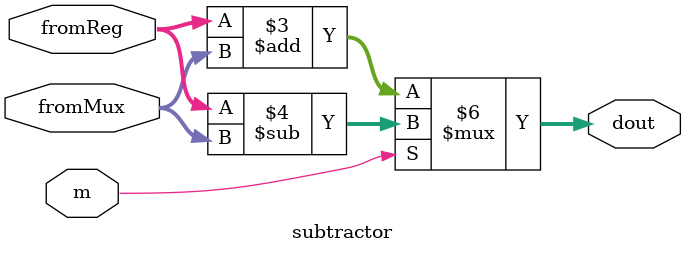
<source format=v>
`timescale 1ns/1ps
module subtractor(fromMux, fromReg, dout, m);
input[7:0]fromMux, fromReg;
input m;
output[7:0] dout;
reg[7:0] dout;

always @(fromMux, fromReg, m)
begin
if(m == 1'b0)
    dout <= fromReg + fromMux;
else
    dout <= fromReg - fromMux;
end    
endmodule

</source>
